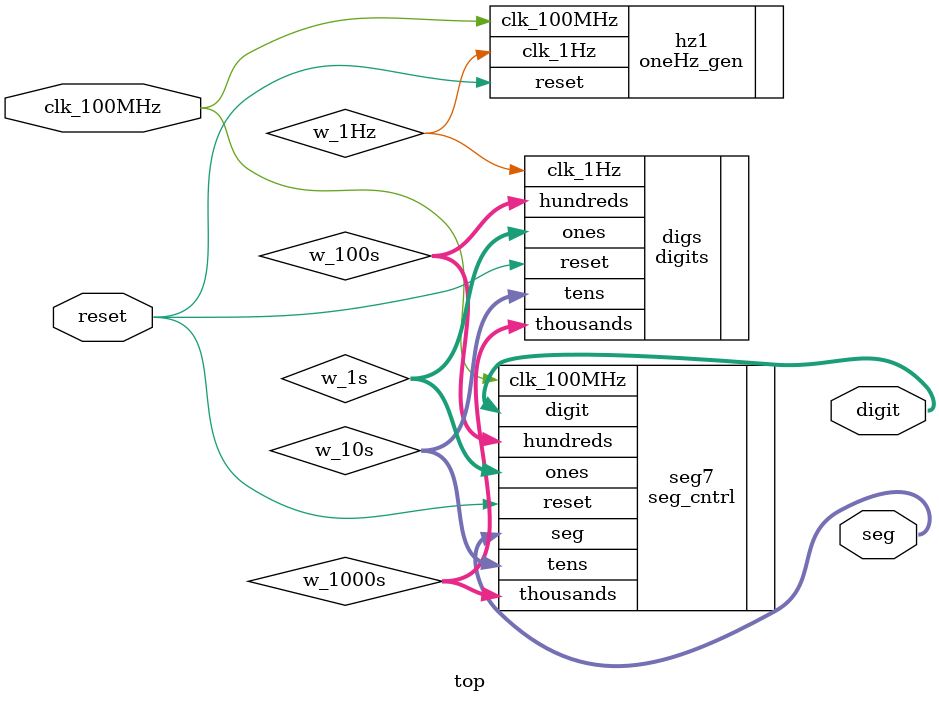
<source format=v>
`timescale 1ns / 1ps

module top(
    input clk_100MHz,       // default clock from Basys 3
    input reset,            // btnC
    output [0:6] seg,       // 7 segment display segment pattern
    output [3:0] digit      // 7 segment display anodes
    );
    
    // Internal wires for connecting to the inner modules
    wire w_1Hz;
    wire [3:0] w_1s, w_10s, w_100s, w_1000s;
    
    // *Instantiate inner design modules*//
    oneHz_gen hz1(.clk_100MHz(clk_100MHz), .reset(reset), .clk_1Hz(w_1Hz));
    
    digits digs(.clk_1Hz(w_1Hz), .reset(reset), .ones(w_1s), 
                .tens(w_10s), .hundreds(w_100s), .thousands(w_1000s));
    
    seg_cntrl seg7(.clk_100MHz(clk_100MHz), .reset(reset), .ones(w_1s), .tens(w_10s),
                     .hundreds(w_100s), .thousands(w_1000s), .seg(seg), .digit(digit));
  
endmodule

</source>
